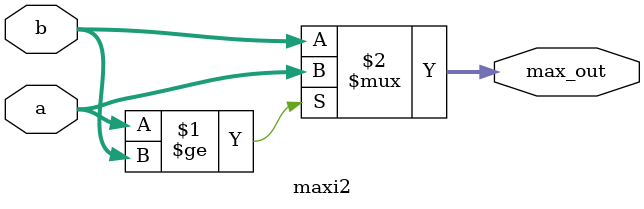
<source format=v>
`timescale 1ns / 1ps 
module max_pool4 (
    input clk,
    input reset,
    input  signed [31:0] a,
    input  signed [31:0] b,
    input  signed [31:0] c,
    input  signed [31:0] d,
    output wire signed [31:0] max_out,
    output reg complete_max
);
////////////////////////////////////////////////////////////////////////////////////
reg signed[31:0]a1,b1,c1,d1,e1,f1;
wire signed[31:0]max_out1,max_out2;
maxi2 m1(.a(a1),.b(b1),.max_out(max_out1));
maxi2 m2(.a(c1),.b(d1),.max_out(max_out2));
maxi2 m3(.a(e1),.b(f1),.max_out(max_out));
///////////////////////////////////////////////////////////////////////////////////
always@(posedge clk) begin
       if(reset)begin
          complete_max<=0;
       end
       else begin
         a1<=a;b1<=b;
         c1<=c;d1<=d;
       end
 end      
 always@(posedge clk) begin
       if(reset)begin
          complete_max<=0;
       end
       else begin
         e1<=max_out1;
         f1<=max_out2;
         
         complete_max<=1;
       end
 end     
 /////////////////////////////////////////////////////////////////////////////
endmodule
///////////////////////////////////////////////////////////////////////////////
module maxi2 (
    input  signed [31:0] a,
    input  signed [31:0] b,
    output signed [31:0] max_out
);

    assign max_out = (a >= b)  ? a : b;
    

endmodule
/////////////////////////////////////////////////////////////////////////////
</source>
